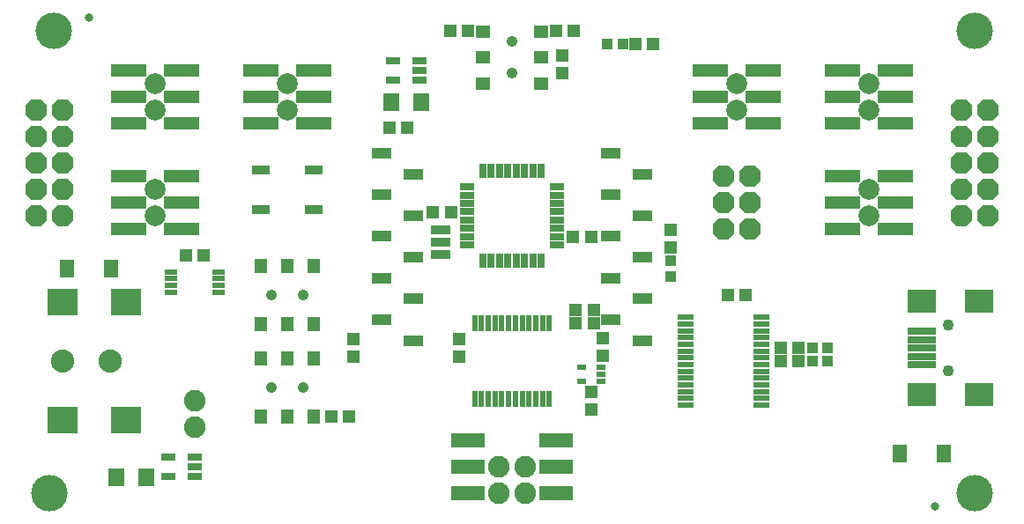
<source format=gbr>
G04 EAGLE Gerber RS-274X export*
G75*
%MOMM*%
%FSLAX34Y34*%
%LPD*%
%INSoldermask Top*%
%IPPOS*%
%AMOC8*
5,1,8,0,0,1.08239X$1,22.5*%
G01*
%ADD10R,1.473200X0.762000*%
%ADD11R,0.762000X1.473200*%
%ADD12R,1.303200X1.203200*%
%ADD13R,1.600200X0.551200*%
%ADD14R,0.551200X1.600200*%
%ADD15R,3.003200X2.603200*%
%ADD16C,2.235200*%
%ADD17R,1.203200X1.303200*%
%ADD18R,1.203200X1.353200*%
%ADD19C,1.053200*%
%ADD20R,1.473200X1.673200*%
%ADD21R,2.703200X0.703200*%
%ADD22R,2.703200X2.203200*%
%ADD23C,1.103200*%
%ADD24R,1.403200X0.753200*%
%ADD25R,1.903200X0.903200*%
%ADD26R,3.203200X1.453200*%
%ADD27R,1.903200X1.053200*%
%ADD28R,1.353200X1.203200*%
%ADD29C,3.505200*%
%ADD30C,2.003200*%
%ADD31R,3.373200X1.203200*%
%ADD32R,1.727200X0.965200*%
%ADD33R,1.003200X1.003200*%
%ADD34P,2.254402X8X112.500000*%
%ADD35R,1.603200X1.803200*%
%ADD36P,2.254402X8X292.500000*%
%ADD37C,2.082800*%
%ADD38R,1.303200X0.603200*%
%ADD39R,0.903200X0.623200*%
%ADD40C,0.838200*%


D10*
X426974Y320100D03*
X426974Y312100D03*
X426974Y304100D03*
X426974Y296100D03*
X426974Y288100D03*
X426974Y280100D03*
X426974Y272100D03*
X426974Y264100D03*
D11*
X441900Y249174D03*
X449900Y249174D03*
X457900Y249174D03*
X465900Y249174D03*
X473900Y249174D03*
X481900Y249174D03*
X489900Y249174D03*
X497900Y249174D03*
D10*
X512826Y264100D03*
X512826Y272100D03*
X512826Y280100D03*
X512826Y288100D03*
X512826Y296100D03*
X512826Y304100D03*
X512826Y312100D03*
X512826Y320100D03*
D11*
X497900Y335026D03*
X489900Y335026D03*
X481900Y335026D03*
X473900Y335026D03*
X465900Y335026D03*
X457900Y335026D03*
X449900Y335026D03*
X441900Y335026D03*
D12*
X411090Y295910D03*
X394090Y295910D03*
X528710Y271780D03*
X545710Y271780D03*
X548250Y201930D03*
X531250Y201930D03*
D13*
X709660Y194650D03*
X709660Y188150D03*
X709660Y181650D03*
X709660Y175150D03*
X709660Y168650D03*
X709660Y162150D03*
X709660Y155650D03*
X709660Y142650D03*
X709660Y149150D03*
X709660Y136150D03*
X709660Y129650D03*
X709660Y123150D03*
X709660Y116650D03*
X709660Y110150D03*
X636540Y194650D03*
X636540Y188150D03*
X636540Y181650D03*
X636540Y175150D03*
X636540Y168650D03*
X636540Y162150D03*
X636540Y155650D03*
X636540Y149150D03*
X636540Y142650D03*
X636540Y136150D03*
X636540Y129650D03*
X636540Y123150D03*
X636540Y116650D03*
X636540Y110150D03*
D14*
X434150Y188960D03*
X440650Y188960D03*
X447150Y188960D03*
X460150Y188960D03*
X453650Y188960D03*
X466650Y188960D03*
X473150Y188960D03*
X479650Y188960D03*
X486150Y188960D03*
X492650Y188960D03*
X434150Y115840D03*
X440650Y115840D03*
X447150Y115840D03*
X453650Y115840D03*
X460150Y115840D03*
X466650Y115840D03*
X473150Y115840D03*
X479650Y115840D03*
X486150Y115840D03*
X492650Y115840D03*
X499150Y115840D03*
X505650Y115840D03*
X505650Y188960D03*
X499150Y188960D03*
D15*
X38100Y209400D03*
X38100Y95400D03*
X99100Y209400D03*
X99100Y95400D03*
D16*
X38100Y152400D03*
X83820Y152400D03*
D17*
X419100Y156600D03*
X419100Y173600D03*
D12*
X677300Y215900D03*
X694300Y215900D03*
X352180Y377190D03*
X369180Y377190D03*
D18*
X229000Y98750D03*
X254000Y98750D03*
X279000Y98750D03*
X229000Y155250D03*
X254000Y155250D03*
X279000Y155250D03*
D19*
X239000Y127000D03*
X269000Y127000D03*
D18*
X229000Y187650D03*
X254000Y187650D03*
X279000Y187650D03*
X229000Y244150D03*
X254000Y244150D03*
X279000Y244150D03*
D19*
X239000Y215900D03*
X269000Y215900D03*
D20*
X42000Y241300D03*
X85000Y241300D03*
D21*
X864000Y165100D03*
X864000Y157100D03*
X864000Y181100D03*
X864000Y173100D03*
D22*
X919000Y210100D03*
X919000Y120100D03*
X864000Y210100D03*
X864000Y120100D03*
D21*
X864000Y149100D03*
D23*
X889000Y143100D03*
X889000Y187100D03*
D24*
X165401Y41300D03*
X165401Y50800D03*
X165401Y60300D03*
X139399Y60300D03*
X139399Y41300D03*
D25*
X401320Y278700D03*
X401320Y266700D03*
X401320Y254700D03*
D26*
X427850Y25400D03*
X427850Y50800D03*
X427850Y76200D03*
X511950Y76200D03*
X511950Y50800D03*
X511950Y25400D03*
D20*
X885100Y63500D03*
X842100Y63500D03*
D27*
X374900Y172400D03*
X344900Y192400D03*
X374900Y212400D03*
X344900Y232400D03*
X374900Y252400D03*
X344900Y272400D03*
X374900Y292400D03*
X344900Y312400D03*
X374900Y332400D03*
X344900Y352400D03*
X594900Y172400D03*
X564900Y192400D03*
X594900Y212400D03*
X564900Y232400D03*
X594900Y252400D03*
X564900Y272400D03*
X594900Y292400D03*
X564900Y312400D03*
X594900Y332400D03*
X564900Y352400D03*
D28*
X498150Y419500D03*
X498150Y444500D03*
X498150Y469500D03*
X441650Y419500D03*
X441650Y444500D03*
X441650Y469500D03*
D19*
X469900Y429500D03*
X469900Y459500D03*
D12*
X410600Y469900D03*
X427600Y469900D03*
X529200Y469900D03*
X512200Y469900D03*
D24*
X381301Y422300D03*
X381301Y431800D03*
X381301Y441300D03*
X355299Y441300D03*
X355299Y422300D03*
D29*
X914400Y25400D03*
X29900Y469900D03*
X25400Y25400D03*
X914400Y469900D03*
D30*
X254000Y419100D03*
X254000Y393700D03*
D31*
X279400Y406400D03*
X228600Y406400D03*
X228600Y381000D03*
X279400Y381000D03*
X279400Y431800D03*
X228600Y431800D03*
D30*
X685800Y419100D03*
X685800Y393700D03*
D31*
X711200Y406400D03*
X660400Y406400D03*
X660400Y381000D03*
X711200Y381000D03*
X711200Y431800D03*
X660400Y431800D03*
D30*
X127000Y419100D03*
X127000Y393700D03*
D31*
X152400Y406400D03*
X101600Y406400D03*
X101600Y381000D03*
X152400Y381000D03*
X152400Y431800D03*
X101600Y431800D03*
D30*
X127000Y317500D03*
X127000Y292100D03*
D31*
X152400Y304800D03*
X101600Y304800D03*
X101600Y279400D03*
X152400Y279400D03*
X152400Y330200D03*
X101600Y330200D03*
D30*
X812800Y419100D03*
X812800Y393700D03*
D31*
X838200Y406400D03*
X787400Y406400D03*
X787400Y381000D03*
X838200Y381000D03*
X838200Y431800D03*
X787400Y431800D03*
D30*
X812800Y317500D03*
X812800Y292100D03*
D31*
X838200Y304800D03*
X787400Y304800D03*
X787400Y279400D03*
X838200Y279400D03*
X838200Y330200D03*
X787400Y330200D03*
D12*
X531250Y189230D03*
X548250Y189230D03*
D32*
X228600Y336550D03*
X279400Y336550D03*
X228600Y298450D03*
X279400Y298450D03*
D33*
X758310Y152400D03*
X773310Y152400D03*
X622300Y233800D03*
X622300Y248800D03*
D12*
X745100Y152400D03*
X728100Y152400D03*
X745100Y165100D03*
X728100Y165100D03*
D17*
X622300Y262010D03*
X622300Y279010D03*
D33*
X758310Y165100D03*
X773310Y165100D03*
D34*
X698500Y279400D03*
X673100Y279400D03*
X698500Y304800D03*
X673100Y304800D03*
X698500Y330200D03*
X673100Y330200D03*
D33*
X561460Y457200D03*
X576460Y457200D03*
D12*
X588400Y457200D03*
X605400Y457200D03*
D35*
X382300Y401320D03*
X354300Y401320D03*
X90140Y40640D03*
X118140Y40640D03*
D17*
X317500Y173600D03*
X317500Y156600D03*
D12*
X296300Y99060D03*
X313300Y99060D03*
D17*
X518160Y429650D03*
X518160Y446650D03*
D36*
X901700Y393700D03*
X927100Y393700D03*
X901700Y368300D03*
X927100Y368300D03*
X901700Y342900D03*
X927100Y342900D03*
X901700Y317500D03*
X927100Y317500D03*
X901700Y292100D03*
X927100Y292100D03*
D34*
X38100Y292100D03*
X12700Y292100D03*
X38100Y317500D03*
X12700Y317500D03*
X38100Y342900D03*
X12700Y342900D03*
X38100Y368300D03*
X12700Y368300D03*
X38100Y393700D03*
X12700Y393700D03*
D37*
X482600Y50800D03*
X482600Y25400D03*
X457200Y50800D03*
X457200Y25400D03*
D38*
X187600Y218850D03*
X187600Y225350D03*
X187600Y231850D03*
X187600Y238350D03*
X142600Y238350D03*
X142600Y231850D03*
X142600Y225350D03*
X142600Y218850D03*
D12*
X156600Y254000D03*
X173600Y254000D03*
D37*
X165100Y88900D03*
X165100Y114300D03*
D39*
X536600Y133200D03*
X536600Y146200D03*
X555600Y133200D03*
X555600Y146200D03*
X555600Y139700D03*
D17*
X557530Y157870D03*
X557530Y174870D03*
X546100Y105800D03*
X546100Y122800D03*
D40*
X63500Y482600D03*
X876300Y12700D03*
M02*

</source>
